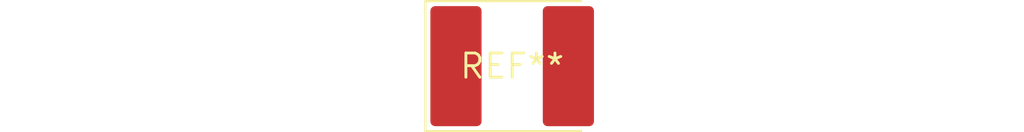
<source format=kicad_pcb>
(kicad_pcb (version 20240108) (generator pcbnew)
  (layers (0 "F.Cu" signal) (31 "B.Cu" signal) (34 "B.Paste" user) (35 "F.Paste" user) (36 "B.SilkS" user "B.Silkscreen") (37 "F.SilkS" user "F.Silkscreen") (38 "B.Mask" user) (39 "F.Mask" user) (44 "Edge.Cuts" user))
  (net 0 "")
  (footprint "CP_EIA-7260-28_AVX-M_Pad2.68x6.30mm_HandSolder" (layer "F.Cu") (at 0 0)
    (property "Reference" "REF**")
    (property "Value" "CP_EIA-7260-28_AVX-M_Pad2.68x6.30mm_HandSolder")
    (fp_line (start -4.535 -3.41) (end -4.535 3.41) (layer "F.SilkS") (stroke (width 0.12)))
    (fp_line (start -4.535 3.41) (end 3.6 3.41) (layer "F.SilkS") (stroke (width 0.12)))
    (fp_line (start 3.6 -3.41) (end -4.535 -3.41) (layer "F.SilkS") (stroke (width 0.12)))
    (pad "1" smd roundrect (at -2.9375 0) (size 2.675 6.3) (layers "F.Cu" "F.Paste" "F.Mask") (roundrect_rratio 0.093458))
    (pad "2" smd roundrect (at 2.9375 0) (size 2.675 6.3) (layers "F.Cu" "F.Paste" "F.Mask") (roundrect_rratio 0.093458))
  )
)
</source>
